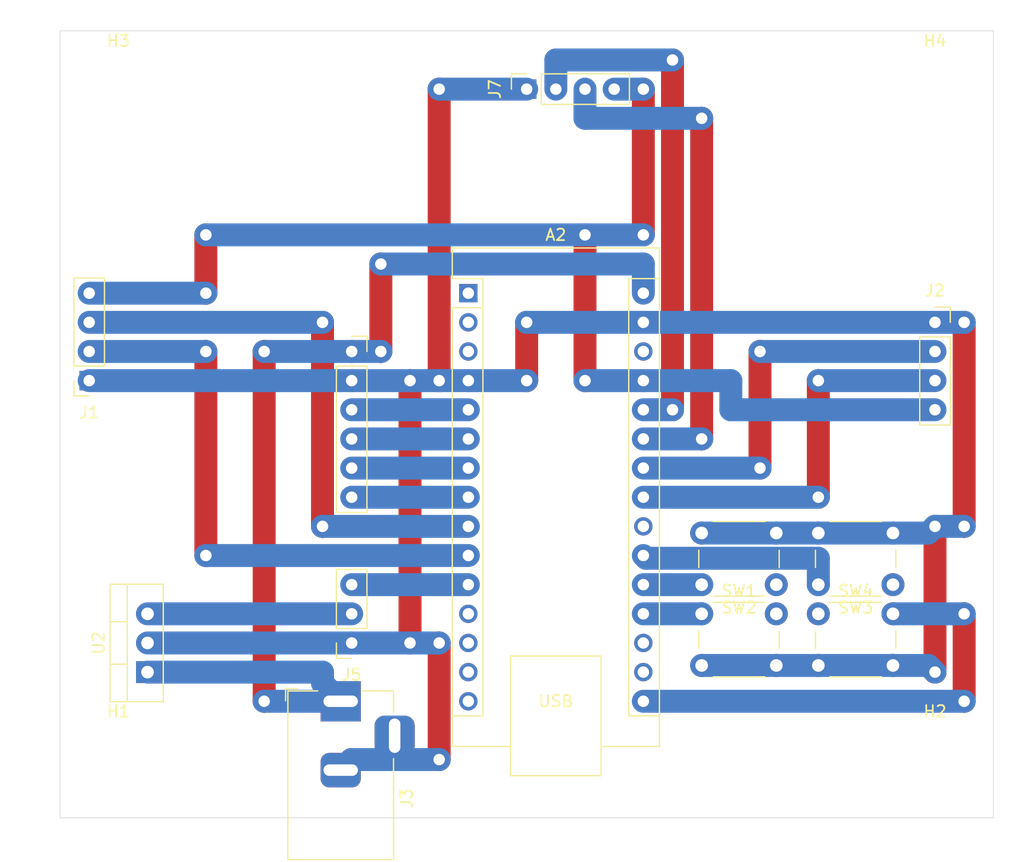
<source format=kicad_pcb>
(kicad_pcb (version 20240108) (generator "pcbnew") (generator_version "8.0")
  (layers (0 "F.Cu" signal) (31 "B.Cu" signal) (34 "B.Paste" user) (35 "F.Paste" user) (36 "B.SilkS" user "B.Silkscreen") (37 "F.SilkS" user "F.Silkscreen") (38 "B.Mask" user) (39 "F.Mask" user) (44 "Edge.Cuts" user))
  (net 0 "")
  (net 2 "+5V")
  (net 3 "GND")
  (net 4 "/ECHO_0")
  (net 5 "/STEER_PWM")
  (net 7 "/ECHO_2")
  (net 8 "/BREAK")
  (net 11 "/TRIG_2")
  (net 14 "/FG")
  (net 15 "/PWM")
  (net 17 "/DIR")
  (net 18 "/TRIG_0")
  (net 20 "+12V")
  (net 23 "Vdrive")
  (net 25 "/TRIG_1")
  (net 26 "/ECHO_1")
  (net 27 "/PB0")
  (net 28 "/PB1")
  (net 29 "/PB2")
  (net 30 "/PB3")
  (footprint "Connector_PinSocket_2.54mm:PinSocket_1x06_P2.54mm_Vertical" (layer "F.Cu") (at 106.68 55.88)
    (property "Reference" "J6" (hide yes))
    (property "Value" "1x3 2.54mm male")
    (pad "1" thru_hole rect (at 0 0) (size 1.7 1.7) (drill 1) (layers "*.Cu" "*.Mask" "In1.Cu" "In2.Cu" "In3.Cu" "In4.Cu" "In5.Cu" "In6.Cu" "In7.Cu" "In8.Cu" "In9.Cu" "In10.Cu" "In11.Cu" "In12.Cu" "In13.Cu" "In14.Cu" "In15.Cu" "In16.Cu" "In17.Cu" "In18.Cu" "In19.Cu" "In20.Cu" "In21.Cu" "In22.Cu" "In23.Cu" "In24.Cu" "In25.Cu" "In26.Cu" "In27.Cu" "In28.Cu" "In29.Cu" "In30.Cu") (net 20 "+12V"))
    (pad "2" thru_hole oval (at 0 2.54) (size 1.7 1.7) (drill 1) (layers "*.Cu" "*.Mask" "In1.Cu" "In2.Cu" "In3.Cu" "In4.Cu" "In5.Cu" "In6.Cu" "In7.Cu" "In8.Cu" "In9.Cu" "In10.Cu" "In11.Cu" "In12.Cu" "In13.Cu" "In14.Cu" "In15.Cu" "In16.Cu" "In17.Cu" "In18.Cu" "In19.Cu" "In20.Cu" "In21.Cu" "In22.Cu" "In23.Cu" "In24.Cu" "In25.Cu" "In26.Cu" "In27.Cu" "In28.Cu" "In29.Cu" "In30.Cu") (net 3 "GND"))
    (pad "3" thru_hole oval (at 0 5.08) (size 1.7 1.7) (drill 1) (layers "*.Cu" "*.Mask" "In1.Cu" "In2.Cu" "In3.Cu" "In4.Cu" "In5.Cu" "In6.Cu" "In7.Cu" "In8.Cu" "In9.Cu" "In10.Cu" "In11.Cu" "In12.Cu" "In13.Cu" "In14.Cu" "In15.Cu" "In16.Cu" "In17.Cu" "In18.Cu" "In19.Cu" "In20.Cu" "In21.Cu" "In22.Cu" "In23.Cu" "In24.Cu" "In25.Cu" "In26.Cu" "In27.Cu" "In28.Cu" "In29.Cu" "In30.Cu") (net 14 "/FG"))
    (pad "4" thru_hole oval (at 0 7.62) (size 1.7 1.7) (drill 1) (layers "*.Cu" "*.Mask" "In1.Cu" "In2.Cu" "In3.Cu" "In4.Cu" "In5.Cu" "In6.Cu" "In7.Cu" "In8.Cu" "In9.Cu" "In10.Cu" "In11.Cu" "In12.Cu" "In13.Cu" "In14.Cu" "In15.Cu" "In16.Cu" "In17.Cu" "In18.Cu" "In19.Cu" "In20.Cu" "In21.Cu" "In22.Cu" "In23.Cu" "In24.Cu" "In25.Cu" "In26.Cu" "In27.Cu" "In28.Cu" "In29.Cu" "In30.Cu") (net 15 "/PWM"))
    (pad "5" thru_hole oval (at 0 10.16) (size 1.7 1.7) (drill 1) (layers "*.Cu" "*.Mask" "In1.Cu" "In2.Cu" "In3.Cu" "In4.Cu" "In5.Cu" "In6.Cu" "In7.Cu" "In8.Cu" "In9.Cu" "In10.Cu" "In11.Cu" "In12.Cu" "In13.Cu" "In14.Cu" "In15.Cu" "In16.Cu" "In17.Cu" "In18.Cu" "In19.Cu" "In20.Cu" "In21.Cu" "In22.Cu" "In23.Cu" "In24.Cu" "In25.Cu" "In26.Cu" "In27.Cu" "In28.Cu" "In29.Cu" "In30.Cu") (net 17 "/DIR"))
    (pad "6" thru_hole oval (at 0 12.7) (size 1.7 1.7) (drill 1) (layers "*.Cu" "*.Mask" "In1.Cu" "In2.Cu" "In3.Cu" "In4.Cu" "In5.Cu" "In6.Cu" "In7.Cu" "In8.Cu" "In9.Cu" "In10.Cu" "In11.Cu" "In12.Cu" "In13.Cu" "In14.Cu" "In15.Cu" "In16.Cu" "In17.Cu" "In18.Cu" "In19.Cu" "In20.Cu" "In21.Cu" "In22.Cu" "In23.Cu" "In24.Cu" "In25.Cu" "In26.Cu" "In27.Cu" "In28.Cu" "In29.Cu" "In30.Cu") (net 8 "/BREAK"))
  )
  (footprint "Connector_PinSocket_2.54mm:PinSocket_1x04_P2.54mm_Vertical" (layer "F.Cu") (at 121.92 33.02 90)
    (property "Reference" "J7" (at 0 -2.77 90) (layer "F.SilkS"))
    (property "Value" "1x4 2.54mm female")
    (pad "1" thru_hole rect (at 0 0 90) (size 1.7 1.7) (drill 1) (layers "*.Cu" "*.Mask" "In1.Cu" "In2.Cu" "In3.Cu" "In4.Cu" "In5.Cu" "In6.Cu" "In7.Cu" "In8.Cu" "In9.Cu" "In10.Cu" "In11.Cu" "In12.Cu" "In13.Cu" "In14.Cu" "In15.Cu" "In16.Cu" "In17.Cu" "In18.Cu" "In19.Cu" "In20.Cu" "In21.Cu" "In22.Cu" "In23.Cu" "In24.Cu" "In25.Cu" "In26.Cu" "In27.Cu" "In28.Cu" "In29.Cu" "In30.Cu") (net 3 "GND"))
    (pad "2" thru_hole oval (at 0 2.54 90) (size 1.7 1.7) (drill 1) (layers "*.Cu" "*.Mask" "In1.Cu" "In2.Cu" "In3.Cu" "In4.Cu" "In5.Cu" "In6.Cu" "In7.Cu" "In8.Cu" "In9.Cu" "In10.Cu" "In11.Cu" "In12.Cu" "In13.Cu" "In14.Cu" "In15.Cu" "In16.Cu" "In17.Cu" "In18.Cu" "In19.Cu" "In20.Cu" "In21.Cu" "In22.Cu" "In23.Cu" "In24.Cu" "In25.Cu" "In26.Cu" "In27.Cu" "In28.Cu" "In29.Cu" "In30.Cu") (net 4 "/ECHO_0"))
    (pad "3" thru_hole oval (at 0 5.08 90) (size 1.7 1.7) (drill 1) (layers "*.Cu" "*.Mask" "In1.Cu" "In2.Cu" "In3.Cu" "In4.Cu" "In5.Cu" "In6.Cu" "In7.Cu" "In8.Cu" "In9.Cu" "In10.Cu" "In11.Cu" "In12.Cu" "In13.Cu" "In14.Cu" "In15.Cu" "In16.Cu" "In17.Cu" "In18.Cu" "In19.Cu" "In20.Cu" "In21.Cu" "In22.Cu" "In23.Cu" "In24.Cu" "In25.Cu" "In26.Cu" "In27.Cu" "In28.Cu" "In29.Cu" "In30.Cu") (net 18 "/TRIG_0"))
    (pad "4" thru_hole oval (at 0 7.62 90) (size 1.7 1.7) (drill 1) (layers "*.Cu" "*.Mask" "In1.Cu" "In2.Cu" "In3.Cu" "In4.Cu" "In5.Cu" "In6.Cu" "In7.Cu" "In8.Cu" "In9.Cu" "In10.Cu" "In11.Cu" "In12.Cu" "In13.Cu" "In14.Cu" "In15.Cu" "In16.Cu" "In17.Cu" "In18.Cu" "In19.Cu" "In20.Cu" "In21.Cu" "In22.Cu" "In23.Cu" "In24.Cu" "In25.Cu" "In26.Cu" "In27.Cu" "In28.Cu" "In29.Cu" "In30.Cu") (net 2 "+5V"))
  )
  (footprint "MountingHole:MountingHole_3.2mm_M3" (layer "F.Cu") (at 86.36 91.44)
    (property "Reference" "H1" (at 0 -4.2 0) (layer "F.SilkS"))
    (property "Value" "M3")
    (pad "" np_thru_hole circle (at 0 0) (size 3.2 3.2) (drill 3.2) (layers "*.Cu" "*.Mask" "In1.Cu" "In2.Cu" "In3.Cu" "In4.Cu" "In5.Cu" "In6.Cu" "In7.Cu" "In8.Cu" "In9.Cu" "In10.Cu" "In11.Cu" "In12.Cu" "In13.Cu" "In14.Cu" "In15.Cu" "In16.Cu" "In17.Cu" "In18.Cu" "In19.Cu" "In20.Cu" "In21.Cu" "In22.Cu" "In23.Cu" "In24.Cu" "In25.Cu" "In26.Cu" "In27.Cu" "In28.Cu" "In29.Cu" "In30.Cu"))
  )
  (footprint "Connector_BarrelJack:BarrelJack_Horizontal" (layer "F.Cu") (at 105.7225 86.36 90)
    (property "Reference" "J3" (at -8.45 5.75 90) (layer "F.SilkS"))
    (property "Value" "Barrel_Jack_Switch")
    (pad "1" thru_hole rect (at 0 0 90) (size 3.5 3.5) (drill oval 1 3) (layers "*.Cu" "*.Mask" "In1.Cu" "In2.Cu" "In3.Cu" "In4.Cu" "In5.Cu" "In6.Cu" "In7.Cu" "In8.Cu" "In9.Cu" "In10.Cu" "In11.Cu" "In12.Cu" "In13.Cu" "In14.Cu" "In15.Cu" "In16.Cu" "In17.Cu" "In18.Cu" "In19.Cu" "In20.Cu" "In21.Cu" "In22.Cu" "In23.Cu" "In24.Cu" "In25.Cu" "In26.Cu" "In27.Cu" "In28.Cu" "In29.Cu" "In30.Cu") (net 20 "+12V"))
    (pad "2" thru_hole roundrect (at -6 0 90) (size 3 3.5) (drill oval 1 3) (layers "*.Cu" "*.Mask" "In1.Cu" "In2.Cu" "In3.Cu" "In4.Cu" "In5.Cu" "In6.Cu" "In7.Cu" "In8.Cu" "In9.Cu" "In10.Cu" "In11.Cu" "In12.Cu" "In13.Cu" "In14.Cu" "In15.Cu" "In16.Cu" "In17.Cu" "In18.Cu" "In19.Cu" "In20.Cu" "In21.Cu" "In22.Cu" "In23.Cu" "In24.Cu" "In25.Cu" "In26.Cu" "In27.Cu" "In28.Cu" "In29.Cu" "In30.Cu") (net 3 "GND"))
    (pad "3" thru_hole roundrect (at -3 4.7 90) (size 3.5 3.5) (drill oval 3 1) (layers "*.Cu" "*.Mask" "In1.Cu" "In2.Cu" "In3.Cu" "In4.Cu" "In5.Cu" "In6.Cu" "In7.Cu" "In8.Cu" "In9.Cu" "In10.Cu" "In11.Cu" "In12.Cu" "In13.Cu" "In14.Cu" "In15.Cu" "In16.Cu" "In17.Cu" "In18.Cu" "In19.Cu" "In20.Cu" "In21.Cu" "In22.Cu" "In23.Cu" "In24.Cu" "In25.Cu" "In26.Cu" "In27.Cu" "In28.Cu" "In29.Cu" "In30.Cu") (net 3 "GND"))
  )
  (footprint "MountingHole:MountingHole_3.2mm_M3" (layer "F.Cu") (at 157.48 91.44)
    (property "Reference" "H2" (at 0 -4.2 0) (layer "F.SilkS"))
    (property "Value" "M3")
    (pad "" np_thru_hole circle (at 0 0) (size 3.2 3.2) (drill 3.2) (layers "*.Cu" "*.Mask" "In1.Cu" "In2.Cu" "In3.Cu" "In4.Cu" "In5.Cu" "In6.Cu" "In7.Cu" "In8.Cu" "In9.Cu" "In10.Cu" "In11.Cu" "In12.Cu" "In13.Cu" "In14.Cu" "In15.Cu" "In16.Cu" "In17.Cu" "In18.Cu" "In19.Cu" "In20.Cu" "In21.Cu" "In22.Cu" "In23.Cu" "In24.Cu" "In25.Cu" "In26.Cu" "In27.Cu" "In28.Cu" "In29.Cu" "In30.Cu"))
  )
  (footprint "Button_Switch_THT:SW_PUSH_6mm" (layer "F.Cu") (at 137.16 78.74)
    (property "Reference" "SW1" (at 3.25 -2 0) (layer "F.SilkS"))
    (property "Value" "SW_Push")
    (pad "1" thru_hole circle (at 0 0 90) (size 2 2) (drill 1.1) (layers "*.Cu" "*.Mask" "In1.Cu" "In2.Cu" "In3.Cu" "In4.Cu" "In5.Cu" "In6.Cu" "In7.Cu" "In8.Cu" "In9.Cu" "In10.Cu" "In11.Cu" "In12.Cu" "In13.Cu" "In14.Cu" "In15.Cu" "In16.Cu" "In17.Cu" "In18.Cu" "In19.Cu" "In20.Cu" "In21.Cu" "In22.Cu" "In23.Cu" "In24.Cu" "In25.Cu" "In26.Cu" "In27.Cu" "In28.Cu" "In29.Cu" "In30.Cu") (net 27 "/PB0"))
    (pad "1" thru_hole circle (at 6.5 0 90) (size 2 2) (drill 1.1) (layers "*.Cu" "*.Mask" "In1.Cu" "In2.Cu" "In3.Cu" "In4.Cu" "In5.Cu" "In6.Cu" "In7.Cu" "In8.Cu" "In9.Cu" "In10.Cu" "In11.Cu" "In12.Cu" "In13.Cu" "In14.Cu" "In15.Cu" "In16.Cu" "In17.Cu" "In18.Cu" "In19.Cu" "In20.Cu" "In21.Cu" "In22.Cu" "In23.Cu" "In24.Cu" "In25.Cu" "In26.Cu" "In27.Cu" "In28.Cu" "In29.Cu" "In30.Cu") (net 27 "/PB0"))
    (pad "2" thru_hole circle (at 0 4.5 90) (size 2 2) (drill 1.1) (layers "*.Cu" "*.Mask" "In1.Cu" "In2.Cu" "In3.Cu" "In4.Cu" "In5.Cu" "In6.Cu" "In7.Cu" "In8.Cu" "In9.Cu" "In10.Cu" "In11.Cu" "In12.Cu" "In13.Cu" "In14.Cu" "In15.Cu" "In16.Cu" "In17.Cu" "In18.Cu" "In19.Cu" "In20.Cu" "In21.Cu" "In22.Cu" "In23.Cu" "In24.Cu" "In25.Cu" "In26.Cu" "In27.Cu" "In28.Cu" "In29.Cu" "In30.Cu") (net 3 "GND"))
    (pad "2" thru_hole circle (at 6.5 4.5 90) (size 2 2) (drill 1.1) (layers "*.Cu" "*.Mask" "In1.Cu" "In2.Cu" "In3.Cu" "In4.Cu" "In5.Cu" "In6.Cu" "In7.Cu" "In8.Cu" "In9.Cu" "In10.Cu" "In11.Cu" "In12.Cu" "In13.Cu" "In14.Cu" "In15.Cu" "In16.Cu" "In17.Cu" "In18.Cu" "In19.Cu" "In20.Cu" "In21.Cu" "In22.Cu" "In23.Cu" "In24.Cu" "In25.Cu" "In26.Cu" "In27.Cu" "In28.Cu" "In29.Cu" "In30.Cu") (net 3 "GND"))
  )
  (footprint "Module:Arduino_Nano" (layer "F.Cu") (at 116.84 50.8)
    (property "Reference" "A2" (at 7.62 -5.08 0) (layer "F.SilkS"))
    (property "Value" "Arduino_Nano_Every")
    (fp_text user "USB" (at 7.62 35.56 0) (layer "F.SilkS"))
    (pad "1" thru_hole rect (at 0 0) (size 1.6 1.6) (drill 1) (layers "*.Cu" "*.Mask" "In1.Cu" "In2.Cu" "In3.Cu" "In4.Cu" "In5.Cu" "In6.Cu" "In7.Cu" "In8.Cu" "In9.Cu" "In10.Cu" "In11.Cu" "In12.Cu" "In13.Cu" "In14.Cu" "In15.Cu" "In16.Cu" "In17.Cu" "In18.Cu" "In19.Cu" "In20.Cu" "In21.Cu" "In22.Cu" "In23.Cu" "In24.Cu" "In25.Cu" "In26.Cu" "In27.Cu" "In28.Cu" "In29.Cu" "In30.Cu"))
    (pad "2" thru_hole oval (at 0 2.54) (size 1.6 1.6) (drill 1) (layers "*.Cu" "*.Mask" "In1.Cu" "In2.Cu" "In3.Cu" "In4.Cu" "In5.Cu" "In6.Cu" "In7.Cu" "In8.Cu" "In9.Cu" "In10.Cu" "In11.Cu" "In12.Cu" "In13.Cu" "In14.Cu" "In15.Cu" "In16.Cu" "In17.Cu" "In18.Cu" "In19.Cu" "In20.Cu" "In21.Cu" "In22.Cu" "In23.Cu" "In24.Cu" "In25.Cu" "In26.Cu" "In27.Cu" "In28.Cu" "In29.Cu" "In30.Cu"))
    (pad "3" thru_hole oval (at 0 5.08) (size 1.6 1.6) (drill 1) (layers "*.Cu" "*.Mask" "In1.Cu" "In2.Cu" "In3.Cu" "In4.Cu" "In5.Cu" "In6.Cu" "In7.Cu" "In8.Cu" "In9.Cu" "In10.Cu" "In11.Cu" "In12.Cu" "In13.Cu" "In14.Cu" "In15.Cu" "In16.Cu" "In17.Cu" "In18.Cu" "In19.Cu" "In20.Cu" "In21.Cu" "In22.Cu" "In23.Cu" "In24.Cu" "In25.Cu" "In26.Cu" "In27.Cu" "In28.Cu" "In29.Cu" "In30.Cu"))
    (pad "4" thru_hole oval (at 0 7.62) (size 1.6 1.6) (drill 1) (layers "*.Cu" "*.Mask" "In1.Cu" "In2.Cu" "In3.Cu" "In4.Cu" "In5.Cu" "In6.Cu" "In7.Cu" "In8.Cu" "In9.Cu" "In10.Cu" "In11.Cu" "In12.Cu" "In13.Cu" "In14.Cu" "In15.Cu" "In16.Cu" "In17.Cu" "In18.Cu" "In19.Cu" "In20.Cu" "In21.Cu" "In22.Cu" "In23.Cu" "In24.Cu" "In25.Cu" "In26.Cu" "In27.Cu" "In28.Cu" "In29.Cu" "In30.Cu") (net 3 "GND"))
    (pad "5" thru_hole oval (at 0 10.16) (size 1.6 1.6) (drill 1) (layers "*.Cu" "*.Mask" "In1.Cu" "In2.Cu" "In3.Cu" "In4.Cu" "In5.Cu" "In6.Cu" "In7.Cu" "In8.Cu" "In9.Cu" "In10.Cu" "In11.Cu" "In12.Cu" "In13.Cu" "In14.Cu" "In15.Cu" "In16.Cu" "In17.Cu" "In18.Cu" "In19.Cu" "In20.Cu" "In21.Cu" "In22.Cu" "In23.Cu" "In24.Cu" "In25.Cu" "In26.Cu" "In27.Cu" "In28.Cu" "In29.Cu" "In30.Cu") (net 14 "/FG"))
    (pad "6" thru_hole oval (at 0 12.7) (size 1.6 1.6) (drill 1) (layers "*.Cu" "*.Mask" "In1.Cu" "In2.Cu" "In3.Cu" "In4.Cu" "In5.Cu" "In6.Cu" "In7.Cu" "In8.Cu" "In9.Cu" "In10.Cu" "In11.Cu" "In12.Cu" "In13.Cu" "In14.Cu" "In15.Cu" "In16.Cu" "In17.Cu" "In18.Cu" "In19.Cu" "In20.Cu" "In21.Cu" "In22.Cu" "In23.Cu" "In24.Cu" "In25.Cu" "In26.Cu" "In27.Cu" "In28.Cu" "In29.Cu" "In30.Cu") (net 15 "/PWM"))
    (pad "7" thru_hole oval (at 0 15.24) (size 1.6 1.6) (drill 1) (layers "*.Cu" "*.Mask" "In1.Cu" "In2.Cu" "In3.Cu" "In4.Cu" "In5.Cu" "In6.Cu" "In7.Cu" "In8.Cu" "In9.Cu" "In10.Cu" "In11.Cu" "In12.Cu" "In13.Cu" "In14.Cu" "In15.Cu" "In16.Cu" "In17.Cu" "In18.Cu" "In19.Cu" "In20.Cu" "In21.Cu" "In22.Cu" "In23.Cu" "In24.Cu" "In25.Cu" "In26.Cu" "In27.Cu" "In28.Cu" "In29.Cu" "In30.Cu") (net 17 "/DIR"))
    (pad "8" thru_hole oval (at 0 17.78) (size 1.6 1.6) (drill 1) (layers "*.Cu" "*.Mask" "In1.Cu" "In2.Cu" "In3.Cu" "In4.Cu" "In5.Cu" "In6.Cu" "In7.Cu" "In8.Cu" "In9.Cu" "In10.Cu" "In11.Cu" "In12.Cu" "In13.Cu" "In14.Cu" "In15.Cu" "In16.Cu" "In17.Cu" "In18.Cu" "In19.Cu" "In20.Cu" "In21.Cu" "In22.Cu" "In23.Cu" "In24.Cu" "In25.Cu" "In26.Cu" "In27.Cu" "In28.Cu" "In29.Cu" "In30.Cu") (net 8 "/BREAK"))
    (pad "9" thru_hole oval (at 0 20.32) (size 1.6 1.6) (drill 1) (layers "*.Cu" "*.Mask" "In1.Cu" "In2.Cu" "In3.Cu" "In4.Cu" "In5.Cu" "In6.Cu" "In7.Cu" "In8.Cu" "In9.Cu" "In10.Cu" "In11.Cu" "In12.Cu" "In13.Cu" "In14.Cu" "In15.Cu" "In16.Cu" "In17.Cu" "In18.Cu" "In19.Cu" "In20.Cu" "In21.Cu" "In22.Cu" "In23.Cu" "In24.Cu" "In25.Cu" "In26.Cu" "In27.Cu" "In28.Cu" "In29.Cu" "In30.Cu") (net 11 "/TRIG_2"))
    (pad "10" thru_hole oval (at 0 22.86) (size 1.6 1.6) (drill 1) (layers "*.Cu" "*.Mask" "In1.Cu" "In2.Cu" "In3.Cu" "In4.Cu" "In5.Cu" "In6.Cu" "In7.Cu" "In8.Cu" "In9.Cu" "In10.Cu" "In11.Cu" "In12.Cu" "In13.Cu" "In14.Cu" "In15.Cu" "In16.Cu" "In17.Cu" "In18.Cu" "In19.Cu" "In20.Cu" "In21.Cu" "In22.Cu" "In23.Cu" "In24.Cu" "In25.Cu" "In26.Cu" "In27.Cu" "In28.Cu" "In29.Cu" "In30.Cu") (net 7 "/ECHO_2"))
    (pad "11" thru_hole oval (at 0 25.4) (size 1.6 1.6) (drill 1) (layers "*.Cu" "*.Mask" "In1.Cu" "In2.Cu" "In3.Cu" "In4.Cu" "In5.Cu" "In6.Cu" "In7.Cu" "In8.Cu" "In9.Cu" "In10.Cu" "In11.Cu" "In12.Cu" "In13.Cu" "In14.Cu" "In15.Cu" "In16.Cu" "In17.Cu" "In18.Cu" "In19.Cu" "In20.Cu" "In21.Cu" "In22.Cu" "In23.Cu" "In24.Cu" "In25.Cu" "In26.Cu" "In27.Cu" "In28.Cu" "In29.Cu" "In30.Cu") (net 5 "/STEER_PWM"))
    (pad "12" thru_hole oval (at 0 27.94) (size 1.6 1.6) (drill 1) (layers "*.Cu" "*.Mask" "In1.Cu" "In2.Cu" "In3.Cu" "In4.Cu" "In5.Cu" "In6.Cu" "In7.Cu" "In8.Cu" "In9.Cu" "In10.Cu" "In11.Cu" "In12.Cu" "In13.Cu" "In14.Cu" "In15.Cu" "In16.Cu" "In17.Cu" "In18.Cu" "In19.Cu" "In20.Cu" "In21.Cu" "In22.Cu" "In23.Cu" "In24.Cu" "In25.Cu" "In26.Cu" "In27.Cu" "In28.Cu" "In29.Cu" "In30.Cu"))
    (pad "13" thru_hole oval (at 0 30.48) (size 1.6 1.6) (drill 1) (layers "*.Cu" "*.Mask" "In1.Cu" "In2.Cu" "In3.Cu" "In4.Cu" "In5.Cu" "In6.Cu" "In7.Cu" "In8.Cu" "In9.Cu" "In10.Cu" "In11.Cu" "In12.Cu" "In13.Cu" "In14.Cu" "In15.Cu" "In16.Cu" "In17.Cu" "In18.Cu" "In19.Cu" "In20.Cu" "In21.Cu" "In22.Cu" "In23.Cu" "In24.Cu" "In25.Cu" "In26.Cu" "In27.Cu" "In28.Cu" "In29.Cu" "In30.Cu"))
    (pad "14" thru_hole oval (at 0 33.02) (size 1.6 1.6) (drill 1) (layers "*.Cu" "*.Mask" "In1.Cu" "In2.Cu" "In3.Cu" "In4.Cu" "In5.Cu" "In6.Cu" "In7.Cu" "In8.Cu" "In9.Cu" "In10.Cu" "In11.Cu" "In12.Cu" "In13.Cu" "In14.Cu" "In15.Cu" "In16.Cu" "In17.Cu" "In18.Cu" "In19.Cu" "In20.Cu" "In21.Cu" "In22.Cu" "In23.Cu" "In24.Cu" "In25.Cu" "In26.Cu" "In27.Cu" "In28.Cu" "In29.Cu" "In30.Cu"))
    (pad "15" thru_hole oval (at 0 35.56) (size 1.6 1.6) (drill 1) (layers "*.Cu" "*.Mask" "In1.Cu" "In2.Cu" "In3.Cu" "In4.Cu" "In5.Cu" "In6.Cu" "In7.Cu" "In8.Cu" "In9.Cu" "In10.Cu" "In11.Cu" "In12.Cu" "In13.Cu" "In14.Cu" "In15.Cu" "In16.Cu" "In17.Cu" "In18.Cu" "In19.Cu" "In20.Cu" "In21.Cu" "In22.Cu" "In23.Cu" "In24.Cu" "In25.Cu" "In26.Cu" "In27.Cu" "In28.Cu" "In29.Cu" "In30.Cu"))
    (pad "16" thru_hole oval (at 15.24 35.56) (size 1.6 1.6) (drill 1) (layers "*.Cu" "*.Mask" "In1.Cu" "In2.Cu" "In3.Cu" "In4.Cu" "In5.Cu" "In6.Cu" "In7.Cu" "In8.Cu" "In9.Cu" "In10.Cu" "In11.Cu" "In12.Cu" "In13.Cu" "In14.Cu" "In15.Cu" "In16.Cu" "In17.Cu" "In18.Cu" "In19.Cu" "In20.Cu" "In21.Cu" "In22.Cu" "In23.Cu" "In24.Cu" "In25.Cu" "In26.Cu" "In27.Cu" "In28.Cu" "In29.Cu" "In30.Cu") (net 30 "/PB3"))
    (pad "17" thru_hole oval (at 15.24 33.02) (size 1.6 1.6) (drill 1) (layers "*.Cu" "*.Mask" "In1.Cu" "In2.Cu" "In3.Cu" "In4.Cu" "In5.Cu" "In6.Cu" "In7.Cu" "In8.Cu" "In9.Cu" "In10.Cu" "In11.Cu" "In12.Cu" "In13.Cu" "In14.Cu" "In15.Cu" "In16.Cu" "In17.Cu" "In18.Cu" "In19.Cu" "In20.Cu" "In21.Cu" "In22.Cu" "In23.Cu" "In24.Cu" "In25.Cu" "In26.Cu" "In27.Cu" "In28.Cu" "In29.Cu" "In30.Cu"))
    (pad "18" thru_hole oval (at 15.24 30.48) (size 1.6 1.6) (drill 1) (layers "*.Cu" "*.Mask" "In1.Cu" "In2.Cu" "In3.Cu" "In4.Cu" "In5.Cu" "In6.Cu" "In7.Cu" "In8.Cu" "In9.Cu" "In10.Cu" "In11.Cu" "In12.Cu" "In13.Cu" "In14.Cu" "In15.Cu" "In16.Cu" "In17.Cu" "In18.Cu" "In19.Cu" "In20.Cu" "In21.Cu" "In22.Cu" "In23.Cu" "In24.Cu" "In25.Cu" "In26.Cu" "In27.Cu" "In28.Cu" "In29.Cu" "In30.Cu"))
    (pad "19" thru_hole oval (at 15.24 27.94) (size 1.6 1.6) (drill 1) (layers "*.Cu" "*.Mask" "In1.Cu" "In2.Cu" "In3.Cu" "In4.Cu" "In5.Cu" "In6.Cu" "In7.Cu" "In8.Cu" "In9.Cu" "In10.Cu" "In11.Cu" "In12.Cu" "In13.Cu" "In14.Cu" "In15.Cu" "In16.Cu" "In17.Cu" "In18.Cu" "In19.Cu" "In20.Cu" "In21.Cu" "In22.Cu" "In23.Cu" "In24.Cu" "In25.Cu" "In26.Cu" "In27.Cu" "In28.Cu" "In29.Cu" "In30.Cu") (net 27 "/PB0"))
    (pad "20" thru_hole oval (at 15.24 25.4) (size 1.6 1.6) (drill 1) (layers "*.Cu" "*.Mask" "In1.Cu" "In2.Cu" "In3.Cu" "In4.Cu" "In5.Cu" "In6.Cu" "In7.Cu" "In8.Cu" "In9.Cu" "In10.Cu" "In11.Cu" "In12.Cu" "In13.Cu" "In14.Cu" "In15.Cu" "In16.Cu" "In17.Cu" "In18.Cu" "In19.Cu" "In20.Cu" "In21.Cu" "In22.Cu" "In23.Cu" "In24.Cu" "In25.Cu" "In26.Cu" "In27.Cu" "In28.Cu" "In29.Cu" "In30.Cu") (net 28 "/PB1"))
    (pad "21" thru_hole oval (at 15.24 22.86) (size 1.6 1.6) (drill 1) (layers "*.Cu" "*.Mask" "In1.Cu" "In2.Cu" "In3.Cu" "In4.Cu" "In5.Cu" "In6.Cu" "In7.Cu" "In8.Cu" "In9.Cu" "In10.Cu" "In11.Cu" "In12.Cu" "In13.Cu" "In14.Cu" "In15.Cu" "In16.Cu" "In17.Cu" "In18.Cu" "In19.Cu" "In20.Cu" "In21.Cu" "In22.Cu" "In23.Cu" "In24.Cu" "In25.Cu" "In26.Cu" "In27.Cu" "In28.Cu" "In29.Cu" "In30.Cu") (net 29 "/PB2"))
    (pad "22" thru_hole oval (at 15.24 20.32) (size 1.6 1.6) (drill 1) (layers "*.Cu" "*.Mask" "In1.Cu" "In2.Cu" "In3.Cu" "In4.Cu" "In5.Cu" "In6.Cu" "In7.Cu" "In8.Cu" "In9.Cu" "In10.Cu" "In11.Cu" "In12.Cu" "In13.Cu" "In14.Cu" "In15.Cu" "In16.Cu" "In17.Cu" "In18.Cu" "In19.Cu" "In20.Cu" "In21.Cu" "In22.Cu" "In23.Cu" "In24.Cu" "In25.Cu" "In26.Cu" "In27.Cu" "In28.Cu" "In29.Cu" "In30.Cu"))
    (pad "23" thru_hole oval (at 15.24 17.78) (size 1.6 1.6) (drill 1) (layers "*.Cu" "*.Mask" "In1.Cu" "In2.Cu" "In3.Cu" "In4.Cu" "In5.Cu" "In6.Cu" "In7.Cu" "In8.Cu" "In9.Cu" "In10.Cu" "In11.Cu" "In12.Cu" "In13.Cu" "In14.Cu" "In15.Cu" "In16.Cu" "In17.Cu" "In18.Cu" "In19.Cu" "In20.Cu" "In21.Cu" "In22.Cu" "In23.Cu" "In24.Cu" "In25.Cu" "In26.Cu" "In27.Cu" "In28.Cu" "In29.Cu" "In30.Cu") (net 25 "/TRIG_1"))
    (pad "24" thru_hole oval (at 15.24 15.24) (size 1.6 1.6) (drill 1) (layers "*.Cu" "*.Mask" "In1.Cu" "In2.Cu" "In3.Cu" "In4.Cu" "In5.Cu" "In6.Cu" "In7.Cu" "In8.Cu" "In9.Cu" "In10.Cu" "In11.Cu" "In12.Cu" "In13.Cu" "In14.Cu" "In15.Cu" "In16.Cu" "In17.Cu" "In18.Cu" "In19.Cu" "In20.Cu" "In21.Cu" "In22.Cu" "In23.Cu" "In24.Cu" "In25.Cu" "In26.Cu" "In27.Cu" "In28.Cu" "In29.Cu" "In30.Cu") (net 26 "/ECHO_1"))
    (pad "25" thru_hole oval (at 15.24 12.7) (size 1.6 1.6) (drill 1) (layers "*.Cu" "*.Mask" "In1.Cu" "In2.Cu" "In3.Cu" "In4.Cu" "In5.Cu" "In6.Cu" "In7.Cu" "In8.Cu" "In9.Cu" "In10.Cu" "In11.Cu" "In12.Cu" "In13.Cu" "In14.Cu" "In15.Cu" "In16.Cu" "In17.Cu" "In18.Cu" "In19.Cu" "In20.Cu" "In21.Cu" "In22.Cu" "In23.Cu" "In24.Cu" "In25.Cu" "In26.Cu" "In27.Cu" "In28.Cu" "In29.Cu" "In30.Cu") (net 18 "/TRIG_0"))
    (pad "26" thru_hole oval (at 15.24 10.16) (size 1.6 1.6) (drill 1) (layers "*.Cu" "*.Mask" "In1.Cu" "In2.Cu" "In3.Cu" "In4.Cu" "In5.Cu" "In6.Cu" "In7.Cu" "In8.Cu" "In9.Cu" "In10.Cu" "In11.Cu" "In12.Cu" "In13.Cu" "In14.Cu" "In15.Cu" "In16.Cu" "In17.Cu" "In18.Cu" "In19.Cu" "In20.Cu" "In21.Cu" "In22.Cu" "In23.Cu" "In24.Cu" "In25.Cu" "In26.Cu" "In27.Cu" "In28.Cu" "In29.Cu" "In30.Cu") (net 4 "/ECHO_0"))
    (pad "27" thru_hole oval (at 15.24 7.62) (size 1.6 1.6) (drill 1) (layers "*.Cu" "*.Mask" "In1.Cu" "In2.Cu" "In3.Cu" "In4.Cu" "In5.Cu" "In6.Cu" "In7.Cu" "In8.Cu" "In9.Cu" "In10.Cu" "In11.Cu" "In12.Cu" "In13.Cu" "In14.Cu" "In15.Cu" "In16.Cu" "In17.Cu" "In18.Cu" "In19.Cu" "In20.Cu" "In21.Cu" "In22.Cu" "In23.Cu" "In24.Cu" "In25.Cu" "In26.Cu" "In27.Cu" "In28.Cu" "In29.Cu" "In30.Cu") (net 2 "+5V"))
    (pad "28" thru_hole oval (at 15.24 5.08) (size 1.6 1.6) (drill 1) (layers "*.Cu" "*.Mask" "In1.Cu" "In2.Cu" "In3.Cu" "In4.Cu" "In5.Cu" "In6.Cu" "In7.Cu" "In8.Cu" "In9.Cu" "In10.Cu" "In11.Cu" "In12.Cu" "In13.Cu" "In14.Cu" "In15.Cu" "In16.Cu" "In17.Cu" "In18.Cu" "In19.Cu" "In20.Cu" "In21.Cu" "In22.Cu" "In23.Cu" "In24.Cu" "In25.Cu" "In26.Cu" "In27.Cu" "In28.Cu" "In29.Cu" "In30.Cu"))
    (pad "29" thru_hole oval (at 15.24 2.54) (size 1.6 1.6) (drill 1) (layers "*.Cu" "*.Mask" "In1.Cu" "In2.Cu" "In3.Cu" "In4.Cu" "In5.Cu" "In6.Cu" "In7.Cu" "In8.Cu" "In9.Cu" "In10.Cu" "In11.Cu" "In12.Cu" "In13.Cu" "In14.Cu" "In15.Cu" "In16.Cu" "In17.Cu" "In18.Cu" "In19.Cu" "In20.Cu" "In21.Cu" "In22.Cu" "In23.Cu" "In24.Cu" "In25.Cu" "In26.Cu" "In27.Cu" "In28.Cu" "In29.Cu" "In30.Cu") (net 3 "GND"))
    (pad "30" thru_hole oval (at 15.24 0) (size 1.6 1.6) (drill 1) (layers "*.Cu" "*.Mask" "In1.Cu" "In2.Cu" "In3.Cu" "In4.Cu" "In5.Cu" "In6.Cu" "In7.Cu" "In8.Cu" "In9.Cu" "In10.Cu" "In11.Cu" "In12.Cu" "In13.Cu" "In14.Cu" "In15.Cu" "In16.Cu" "In17.Cu" "In18.Cu" "In19.Cu" "In20.Cu" "In21.Cu" "In22.Cu" "In23.Cu" "In24.Cu" "In25.Cu" "In26.Cu" "In27.Cu" "In28.Cu" "In29.Cu" "In30.Cu") (net 20 "+12V"))
  )
  (footprint "Button_Switch_THT:SW_PUSH_6mm" (layer "F.Cu") (at 143.66 76.2 180)
    (property "Reference" "SW2" (at 3.25 -2 0) (layer "F.SilkS"))
    (property "Value" "SW_Push")
    (pad "1" thru_hole circle (at 0 0 270) (size 2 2) (drill 1.1) (layers "*.Cu" "*.Mask" "In1.Cu" "In2.Cu" "In3.Cu" "In4.Cu" "In5.Cu" "In6.Cu" "In7.Cu" "In8.Cu" "In9.Cu" "In10.Cu" "In11.Cu" "In12.Cu" "In13.Cu" "In14.Cu" "In15.Cu" "In16.Cu" "In17.Cu" "In18.Cu" "In19.Cu" "In20.Cu" "In21.Cu" "In22.Cu" "In23.Cu" "In24.Cu" "In25.Cu" "In26.Cu" "In27.Cu" "In28.Cu" "In29.Cu" "In30.Cu") (net 28 "/PB1"))
    (pad "1" thru_hole circle (at 6.5 0 270) (size 2 2) (drill 1.1) (layers "*.Cu" "*.Mask" "In1.Cu" "In2.Cu" "In3.Cu" "In4.Cu" "In5.Cu" "In6.Cu" "In7.Cu" "In8.Cu" "In9.Cu" "In10.Cu" "In11.Cu" "In12.Cu" "In13.Cu" "In14.Cu" "In15.Cu" "In16.Cu" "In17.Cu" "In18.Cu" "In19.Cu" "In20.Cu" "In21.Cu" "In22.Cu" "In23.Cu" "In24.Cu" "In25.Cu" "In26.Cu" "In27.Cu" "In28.Cu" "In29.Cu" "In30.Cu") (net 28 "/PB1"))
    (pad "2" thru_hole circle (at 0 4.5 270) (size 2 2) (drill 1.1) (layers "*.Cu" "*.Mask" "In1.Cu" "In2.Cu" "In3.Cu" "In4.Cu" "In5.Cu" "In6.Cu" "In7.Cu" "In8.Cu" "In9.Cu" "In10.Cu" "In11.Cu" "In12.Cu" "In13.Cu" "In14.Cu" "In15.Cu" "In16.Cu" "In17.Cu" "In18.Cu" "In19.Cu" "In20.Cu" "In21.Cu" "In22.Cu" "In23.Cu" "In24.Cu" "In25.Cu" "In26.Cu" "In27.Cu" "In28.Cu" "In29.Cu" "In30.Cu") (net 3 "GND"))
    (pad "2" thru_hole circle (at 6.5 4.5 270) (size 2 2) (drill 1.1) (layers "*.Cu" "*.Mask" "In1.Cu" "In2.Cu" "In3.Cu" "In4.Cu" "In5.Cu" "In6.Cu" "In7.Cu" "In8.Cu" "In9.Cu" "In10.Cu" "In11.Cu" "In12.Cu" "In13.Cu" "In14.Cu" "In15.Cu" "In16.Cu" "In17.Cu" "In18.Cu" "In19.Cu" "In20.Cu" "In21.Cu" "In22.Cu" "In23.Cu" "In24.Cu" "In25.Cu" "In26.Cu" "In27.Cu" "In28.Cu" "In29.Cu" "In30.Cu") (net 3 "GND"))
  )
  (footprint "Connector_PinSocket_2.54mm:PinSocket_1x03_P2.54mm_Vertical" (layer "F.Cu") (at 106.68 81.28 180)
    (property "Reference" "J5" (at 0 -2.77 0) (layer "F.SilkS"))
    (property "Value" "1x3 2.54mm male")
    (pad "1" thru_hole rect (at 0 0 180) (size 1.7 1.7) (drill 1) (layers "*.Cu" "*.Mask" "In1.Cu" "In2.Cu" "In3.Cu" "In4.Cu" "In5.Cu" "In6.Cu" "In7.Cu" "In8.Cu" "In9.Cu" "In10.Cu" "In11.Cu" "In12.Cu" "In13.Cu" "In14.Cu" "In15.Cu" "In16.Cu" "In17.Cu" "In18.Cu" "In19.Cu" "In20.Cu" "In21.Cu" "In22.Cu" "In23.Cu" "In24.Cu" "In25.Cu" "In26.Cu" "In27.Cu" "In28.Cu" "In29.Cu" "In30.Cu") (net 3 "GND"))
    (pad "2" thru_hole oval (at 0 2.54 180) (size 1.7 1.7) (drill 1) (layers "*.Cu" "*.Mask" "In1.Cu" "In2.Cu" "In3.Cu" "In4.Cu" "In5.Cu" "In6.Cu" "In7.Cu" "In8.Cu" "In9.Cu" "In10.Cu" "In11.Cu" "In12.Cu" "In13.Cu" "In14.Cu" "In15.Cu" "In16.Cu" "In17.Cu" "In18.Cu" "In19.Cu" "In20.Cu" "In21.Cu" "In22.Cu" "In23.Cu" "In24.Cu" "In25.Cu" "In26.Cu" "In27.Cu" "In28.Cu" "In29.Cu" "In30.Cu") (net 23 "Vdrive"))
    (pad "3" thru_hole oval (at 0 5.08 180) (size 1.7 1.7) (drill 1) (layers "*.Cu" "*.Mask" "In1.Cu" "In2.Cu" "In3.Cu" "In4.Cu" "In5.Cu" "In6.Cu" "In7.Cu" "In8.Cu" "In9.Cu" "In10.Cu" "In11.Cu" "In12.Cu" "In13.Cu" "In14.Cu" "In15.Cu" "In16.Cu" "In17.Cu" "In18.Cu" "In19.Cu" "In20.Cu" "In21.Cu" "In22.Cu" "In23.Cu" "In24.Cu" "In25.Cu" "In26.Cu" "In27.Cu" "In28.Cu" "In29.Cu" "In30.Cu") (net 5 "/STEER_PWM"))
  )
  (footprint "Connector_PinSocket_2.54mm:PinSocket_1x04_P2.54mm_Vertical" (layer "F.Cu") (at 83.82 58.42 180)
    (property "Reference" "J1" (at 0 -2.77 0) (layer "F.SilkS"))
    (property "Value" "1x4 2.54mm female")
    (pad "1" thru_hole rect (at 0 0 180) (size 1.7 1.7) (drill 1) (layers "*.Cu" "*.Mask" "In1.Cu" "In2.Cu" "In3.Cu" "In4.Cu" "In5.Cu" "In6.Cu" "In7.Cu" "In8.Cu" "In9.Cu" "In10.Cu" "In11.Cu" "In12.Cu" "In13.Cu" "In14.Cu" "In15.Cu" "In16.Cu" "In17.Cu" "In18.Cu" "In19.Cu" "In20.Cu" "In21.Cu" "In22.Cu" "In23.Cu" "In24.Cu" "In25.Cu" "In26.Cu" "In27.Cu" "In28.Cu" "In29.Cu" "In30.Cu") (net 3 "GND"))
    (pad "2" thru_hole oval (at 0 2.54 180) (size 1.7 1.7) (drill 1) (layers "*.Cu" "*.Mask" "In1.Cu" "In2.Cu" "In3.Cu" "In4.Cu" "In5.Cu" "In6.Cu" "In7.Cu" "In8.Cu" "In9.Cu" "In10.Cu" "In11.Cu" "In12.Cu" "In13.Cu" "In14.Cu" "In15.Cu" "In16.Cu" "In17.Cu" "In18.Cu" "In19.Cu" "In20.Cu" "In21.Cu" "In22.Cu" "In23.Cu" "In24.Cu" "In25.Cu" "In26.Cu" "In27.Cu" "In28.Cu" "In29.Cu" "In30.Cu") (net 7 "/ECHO_2"))
    (pad "3" thru_hole oval (at 0 5.08 180) (size 1.7 1.7) (drill 1) (layers "*.Cu" "*.Mask" "In1.Cu" "In2.Cu" "In3.Cu" "In4.Cu" "In5.Cu" "In6.Cu" "In7.Cu" "In8.Cu" "In9.Cu" "In10.Cu" "In11.Cu" "In12.Cu" "In13.Cu" "In14.Cu" "In15.Cu" "In16.Cu" "In17.Cu" "In18.Cu" "In19.Cu" "In20.Cu" "In21.Cu" "In22.Cu" "In23.Cu" "In24.Cu" "In25.Cu" "In26.Cu" "In27.Cu" "In28.Cu" "In29.Cu" "In30.Cu") (net 11 "/TRIG_2"))
    (pad "4" thru_hole oval (at 0 7.62 180) (size 1.7 1.7) (drill 1) (layers "*.Cu" "*.Mask" "In1.Cu" "In2.Cu" "In3.Cu" "In4.Cu" "In5.Cu" "In6.Cu" "In7.Cu" "In8.Cu" "In9.Cu" "In10.Cu" "In11.Cu" "In12.Cu" "In13.Cu" "In14.Cu" "In15.Cu" "In16.Cu" "In17.Cu" "In18.Cu" "In19.Cu" "In20.Cu" "In21.Cu" "In22.Cu" "In23.Cu" "In24.Cu" "In25.Cu" "In26.Cu" "In27.Cu" "In28.Cu" "In29.Cu" "In30.Cu") (net 2 "+5V"))
  )
  (footprint "MountingHole:MountingHole_3.2mm_M3" (layer "F.Cu") (at 157.48 33.02)
    (property "Reference" "H4" (at 0 -4.2 0) (layer "F.SilkS"))
    (property "Value" "M3")
    (pad "" np_thru_hole circle (at 0 0) (size 3.2 3.2) (drill 3.2) (layers "*.Cu" "*.Mask" "In1.Cu" "In2.Cu" "In3.Cu" "In4.Cu" "In5.Cu" "In6.Cu" "In7.Cu" "In8.Cu" "In9.Cu" "In10.Cu" "In11.Cu" "In12.Cu" "In13.Cu" "In14.Cu" "In15.Cu" "In16.Cu" "In17.Cu" "In18.Cu" "In19.Cu" "In20.Cu" "In21.Cu" "In22.Cu" "In23.Cu" "In24.Cu" "In25.Cu" "In26.Cu" "In27.Cu" "In28.Cu" "In29.Cu" "In30.Cu"))
  )
  (footprint "MountingHole:MountingHole_3.2mm_M3" (layer "F.Cu") (at 86.36 33.02)
    (property "Reference" "H3" (at 0 -4.2 0) (layer "F.SilkS"))
    (property "Value" "M3")
    (pad "" np_thru_hole circle (at 0 0) (size 3.2 3.2) (drill 3.2) (layers "*.Cu" "*.Mask" "In1.Cu" "In2.Cu" "In3.Cu" "In4.Cu" "In5.Cu" "In6.Cu" "In7.Cu" "In8.Cu" "In9.Cu" "In10.Cu" "In11.Cu" "In12.Cu" "In13.Cu" "In14.Cu" "In15.Cu" "In16.Cu" "In17.Cu" "In18.Cu" "In19.Cu" "In20.Cu" "In21.Cu" "In22.Cu" "In23.Cu" "In24.Cu" "In25.Cu" "In26.Cu" "In27.Cu" "In28.Cu" "In29.Cu" "In30.Cu"))
  )
  (footprint "Button_Switch_THT:SW_PUSH_6mm" (layer "F.Cu") (at 147.32 78.74)
    (property "Reference" "SW4" (at 3.25 -2 0) (layer "F.SilkS"))
    (property "Value" "SW_Push")
    (pad "1" thru_hole circle (at 0 0 90) (size 2 2) (drill 1.1) (layers "*.Cu" "*.Mask" "In1.Cu" "In2.Cu" "In3.Cu" "In4.Cu" "In5.Cu" "In6.Cu" "In7.Cu" "In8.Cu" "In9.Cu" "In10.Cu" "In11.Cu" "In12.Cu" "In13.Cu" "In14.Cu" "In15.Cu" "In16.Cu" "In17.Cu" "In18.Cu" "In19.Cu" "In20.Cu" "In21.Cu" "In22.Cu" "In23.Cu" "In24.Cu" "In25.Cu" "In26.Cu" "In27.Cu" "In28.Cu" "In29.Cu" "In30.Cu") (net 30 "/PB3"))
    (pad "1" thru_hole circle (at 6.5 0 90) (size 2 2) (drill 1.1) (layers "*.Cu" "*.Mask" "In1.Cu" "In2.Cu" "In3.Cu" "In4.Cu" "In5.Cu" "In6.Cu" "In7.Cu" "In8.Cu" "In9.Cu" "In10.Cu" "In11.Cu" "In12.Cu" "In13.Cu" "In14.Cu" "In15.Cu" "In16.Cu" "In17.Cu" "In18.Cu" "In19.Cu" "In20.Cu" "In21.Cu" "In22.Cu" "In23.Cu" "In24.Cu" "In25.Cu" "In26.Cu" "In27.Cu" "In28.Cu" "In29.Cu" "In30.Cu") (net 30 "/PB3"))
    (pad "2" thru_hole circle (at 0 4.5 90) (size 2 2) (drill 1.1) (layers "*.Cu" "*.Mask" "In1.Cu" "In2.Cu" "In3.Cu" "In4.Cu" "In5.Cu" "In6.Cu" "In7.Cu" "In8.Cu" "In9.Cu" "In10.Cu" "In11.Cu" "In12.Cu" "In13.Cu" "In14.Cu" "In15.Cu" "In16.Cu" "In17.Cu" "In18.Cu" "In19.Cu" "In20.Cu" "In21.Cu" "In22.Cu" "In23.Cu" "In24.Cu" "In25.Cu" "In26.Cu" "In27.Cu" "In28.Cu" "In29.Cu" "In30.Cu") (net 3 "GND"))
    (pad "2" thru_hole circle (at 6.5 4.5 90) (size 2 2) (drill 1.1) (layers "*.Cu" "*.Mask" "In1.Cu" "In2.Cu" "In3.Cu" "In4.Cu" "In5.Cu" "In6.Cu" "In7.Cu" "In8.Cu" "In9.Cu" "In10.Cu" "In11.Cu" "In12.Cu" "In13.Cu" "In14.Cu" "In15.Cu" "In16.Cu" "In17.Cu" "In18.Cu" "In19.Cu" "In20.Cu" "In21.Cu" "In22.Cu" "In23.Cu" "In24.Cu" "In25.Cu" "In26.Cu" "In27.Cu" "In28.Cu" "In29.Cu" "In30.Cu") (net 3 "GND"))
  )
  (footprint "Connector_PinSocket_2.54mm:PinSocket_1x04_P2.54mm_Vertical" (layer "F.Cu") (at 157.48 53.34)
    (property "Reference" "J2" (at 0 -2.77 0) (layer "F.SilkS"))
    (property "Value" "1x4 2.54mm female")
    (pad "1" thru_hole rect (at 0 0) (size 1.7 1.7) (drill 1) (layers "*.Cu" "*.Mask" "In1.Cu" "In2.Cu" "In3.Cu" "In4.Cu" "In5.Cu" "In6.Cu" "In7.Cu" "In8.Cu" "In9.Cu" "In10.Cu" "In11.Cu" "In12.Cu" "In13.Cu" "In14.Cu" "In15.Cu" "In16.Cu" "In17.Cu" "In18.Cu" "In19.Cu" "In20.Cu" "In21.Cu" "In22.Cu" "In23.Cu" "In24.Cu" "In25.Cu" "In26.Cu" "In27.Cu" "In28.Cu" "In29.Cu" "In30.Cu") (net 3 "GND"))
    (pad "2" thru_hole oval (at 0 2.54) (size 1.7 1.7) (drill 1) (layers "*.Cu" "*.Mask" "In1.Cu" "In2.Cu" "In3.Cu" "In4.Cu" "In5.Cu" "In6.Cu" "In7.Cu" "In8.Cu" "In9.Cu" "In10.Cu" "In11.Cu" "In12.Cu" "In13.Cu" "In14.Cu" "In15.Cu" "In16.Cu" "In17.Cu" "In18.Cu" "In19.Cu" "In20.Cu" "In21.Cu" "In22.Cu" "In23.Cu" "In24.Cu" "In25.Cu" "In26.Cu" "In27.Cu" "In28.Cu" "In29.Cu" "In30.Cu") (net 26 "/ECHO_1"))
    (pad "3" thru_hole oval (at 0 5.08) (size 1.7 1.7) (drill 1) (layers "*.Cu" "*.Mask" "In1.Cu" "In2.Cu" "In3.Cu" "In4.Cu" "In5.Cu" "In6.Cu" "In7.Cu" "In8.Cu" "In9.Cu" "In10.Cu" "In11.Cu" "In12.Cu" "In13.Cu" "In14.Cu" "In15.Cu" "In16.Cu" "In17.Cu" "In18.Cu" "In19.Cu" "In20.Cu" "In21.Cu" "In22.Cu" "In23.Cu" "In24.Cu" "In25.Cu" "In26.Cu" "In27.Cu" "In28.Cu" "In29.Cu" "In30.Cu") (net 25 "/TRIG_1"))
    (pad "4" thru_hole oval (at 0 7.62) (size 1.7 1.7) (drill 1) (layers "*.Cu" "*.Mask" "In1.Cu" "In2.Cu" "In3.Cu" "In4.Cu" "In5.Cu" "In6.Cu" "In7.Cu" "In8.Cu" "In9.Cu" "In10.Cu" "In11.Cu" "In12.Cu" "In13.Cu" "In14.Cu" "In15.Cu" "In16.Cu" "In17.Cu" "In18.Cu" "In19.Cu" "In20.Cu" "In21.Cu" "In22.Cu" "In23.Cu" "In24.Cu" "In25.Cu" "In26.Cu" "In27.Cu" "In28.Cu" "In29.Cu" "In30.Cu") (net 2 "+5V"))
  )
  (footprint "Button_Switch_THT:SW_PUSH_6mm" (layer "F.Cu") (at 153.82 76.2 180)
    (property "Reference" "SW3" (at 3.25 -2 0) (layer "F.SilkS"))
    (property "Value" "SW_Push")
    (pad "1" thru_hole circle (at 0 0 270) (size 2 2) (drill 1.1) (layers "*.Cu" "*.Mask" "In1.Cu" "In2.Cu" "In3.Cu" "In4.Cu" "In5.Cu" "In6.Cu" "In7.Cu" "In8.Cu" "In9.Cu" "In10.Cu" "In11.Cu" "In12.Cu" "In13.Cu" "In14.Cu" "In15.Cu" "In16.Cu" "In17.Cu" "In18.Cu" "In19.Cu" "In20.Cu" "In21.Cu" "In22.Cu" "In23.Cu" "In24.Cu" "In25.Cu" "In26.Cu" "In27.Cu" "In28.Cu" "In29.Cu" "In30.Cu") (net 29 "/PB2"))
    (pad "1" thru_hole circle (at 6.5 0 270) (size 2 2) (drill 1.1) (layers "*.Cu" "*.Mask" "In1.Cu" "In2.Cu" "In3.Cu" "In4.Cu" "In5.Cu" "In6.Cu" "In7.Cu" "In8.Cu" "In9.Cu" "In10.Cu" "In11.Cu" "In12.Cu" "In13.Cu" "In14.Cu" "In15.Cu" "In16.Cu" "In17.Cu" "In18.Cu" "In19.Cu" "In20.Cu" "In21.Cu" "In22.Cu" "In23.Cu" "In24.Cu" "In25.Cu" "In26.Cu" "In27.Cu" "In28.Cu" "In29.Cu" "In30.Cu") (net 29 "/PB2"))
    (pad "2" thru_hole circle (at 0 4.5 270) (size 2 2) (drill 1.1) (layers "*.Cu" "*.Mask" "In1.Cu" "In2.Cu" "In3.Cu" "In4.Cu" "In5.Cu" "In6.Cu" "In7.Cu" "In8.Cu" "In9.Cu" "In10.Cu" "In11.Cu" "In12.Cu" "In13.Cu" "In14.Cu" "In15.Cu" "In16.Cu" "In17.Cu" "In18.Cu" "In19.Cu" "In20.Cu" "In21.Cu" "In22.Cu" "In23.Cu" "In24.Cu" "In25.Cu" "In26.Cu" "In27.Cu" "In28.Cu" "In29.Cu" "In30.Cu") (net 3 "GND"))
    (pad "2" thru_hole circle (at 6.5 4.5 270) (size 2 2) (drill 1.1) (layers "*.Cu" "*.Mask" "In1.Cu" "In2.Cu" "In3.Cu" "In4.Cu" "In5.Cu" "In6.Cu" "In7.Cu" "In8.Cu" "In9.Cu" "In10.Cu" "In11.Cu" "In12.Cu" "In13.Cu" "In14.Cu" "In15.Cu" "In16.Cu" "In17.Cu" "In18.Cu" "In19.Cu" "In20.Cu" "In21.Cu" "In22.Cu" "In23.Cu" "In24.Cu" "In25.Cu" "In26.Cu" "In27.Cu" "In28.Cu" "In29.Cu" "In30.Cu") (net 3 "GND"))
  )
  (footprint "Package_TO_SOT_THT:TO-220-3_Vertical" (layer "F.Cu") (at 88.9 83.82 90)
    (property "Reference" "U2" (at 2.54 -4.27 90) (layer "F.SilkS"))
    (property "Value" "LM7805_TO220")
    (pad "1" thru_hole rect (at 0 0 90) (size 1.905 2) (drill 1.1) (layers "*.Cu" "*.Mask" "In1.Cu" "In2.Cu" "In3.Cu" "In4.Cu" "In5.Cu" "In6.Cu" "In7.Cu" "In8.Cu" "In9.Cu" "In10.Cu" "In11.Cu" "In12.Cu" "In13.Cu" "In14.Cu" "In15.Cu" "In16.Cu" "In17.Cu" "In18.Cu" "In19.Cu" "In20.Cu" "In21.Cu" "In22.Cu" "In23.Cu" "In24.Cu" "In25.Cu" "In26.Cu" "In27.Cu" "In28.Cu" "In29.Cu" "In30.Cu") (net 20 "+12V"))
    (pad "2" thru_hole oval (at 2.54 0 90) (size 1.905 2) (drill 1.1) (layers "*.Cu" "*.Mask" "In1.Cu" "In2.Cu" "In3.Cu" "In4.Cu" "In5.Cu" "In6.Cu" "In7.Cu" "In8.Cu" "In9.Cu" "In10.Cu" "In11.Cu" "In12.Cu" "In13.Cu" "In14.Cu" "In15.Cu" "In16.Cu" "In17.Cu" "In18.Cu" "In19.Cu" "In20.Cu" "In21.Cu" "In22.Cu" "In23.Cu" "In24.Cu" "In25.Cu" "In26.Cu" "In27.Cu" "In28.Cu" "In29.Cu" "In30.Cu") (net 3 "GND"))
    (pad "3" thru_hole oval (at 5.08 0 90) (size 1.905 2) (drill 1.1) (layers "*.Cu" "*.Mask" "In1.Cu" "In2.Cu" "In3.Cu" "In4.Cu" "In5.Cu" "In6.Cu" "In7.Cu" "In8.Cu" "In9.Cu" "In10.Cu" "In11.Cu" "In12.Cu" "In13.Cu" "In14.Cu" "In15.Cu" "In16.Cu" "In17.Cu" "In18.Cu" "In19.Cu" "In20.Cu" "In21.Cu" "In22.Cu" "In23.Cu" "In24.Cu" "In25.Cu" "In26.Cu" "In27.Cu" "In28.Cu" "In29.Cu" "In30.Cu") (net 23 "Vdrive"))
  )
  (gr_rect (start 81.28 27.94) (end 162.56 96.52) (stroke (width 0.05)) (fill none) (layer "Edge.Cuts"))
  (segment (start 132.08 33.02) (end 132.08 45.72) (width 2) (layer "F.Cu") (net 2))
  (segment (start 127 58.42) (end 127 45.72) (width 2) (layer "F.Cu") (net 2))
  (segment (start 93.98 45.72) (end 93.98 50.8) (width 2) (layer "F.Cu") (net 2))
  (via (at 93.98 50.8) (size 2) (drill 1) (layers "F.Cu" "B.Cu") (net 2))
  (via (at 127 58.42) (size 2) (drill 1) (layers "F.Cu" "B.Cu") (net 2))
  (via (at 127 45.72) (size 2) (drill 1) (layers "F.Cu" "B.Cu") (net 2))
  (via (at 132.08 45.72) (size 2) (drill 1) (layers "F.Cu" "B.Cu") (net 2))
  (via (at 93.98 45.72) (size 2) (drill 1) (layers "F.Cu" "B.Cu") (net 2))
  (via (at 132.08 33.02) (size 2) (drill 1) (layers "F.Cu" "B.Cu") (net 2))
  (segment (start 132.08 58.42) (end 127 58.42) (width 2) (layer "B.Cu") (net 2))
  (segment (start 132.08 45.72) (end 127 45.72) (width 2) (layer "B.Cu") (net 2))
  (segment (start 127 45.72) (end 93.98 45.72) (width 2) (layer "B.Cu") (net 2))
  (segment (start 93.98 50.8) (end 83.82 50.8) (width 2) (layer "B.Cu") (net 2))
  (segment (start 139.7 60.96) (end 157.48 60.96) (width 2) (layer "B.Cu") (net 2))
  (segment (start 129.54 33.02) (end 132.08 33.02) (width 2) (layer "B.Cu") (net 2))
  (segment (start 132.08 58.42) (end 139.7 58.42) (width 2) (layer "B.Cu") (net 2))
  (segment (start 139.7 58.42) (end 139.7 60.96) (width 2) (layer "B.Cu") (net 2))
  (segment (start 114.3 81.28) (end 114.3 91.44) (width 2) (layer "F.Cu") (net 3))
  (segment (start 114.3 33.02) (end 114.3 58.42) (width 2) (layer "F.Cu") (net 3))
  (segment (start 121.92 58.42) (end 121.92 53.34) (width 2) (layer "F.Cu") (net 3))
  (segment (start 160.02 71.12) (end 160.02 53.34) (width 2) (layer "F.Cu") (net 3))
  (segment (start 111.76 58.42) (end 111.76 81.28) (width 2) (layer "F.Cu") (net 3))
  (segment (start 157.48 83.82) (end 157.48 71.12) (width 2) (layer "F.Cu") (net 3))
  (via (at 114.3 33.02) (size 2) (drill 1) (layers "F.Cu" "B.Cu") (net 3))
  (via (at 121.92 53.34) (size 2) (drill 1) (layers "F.Cu" "B.Cu") (net 3))
  (via (at 111.76 58.42) (size 2) (drill 1) (layers "F.Cu" "B.Cu") (net 3))
  (via (at 114.3 81.28) (size 2) (drill 1) (layers "F.Cu" "B.Cu") (net 3))
  (via (at 160.02 53.34) (size 2) (drill 1) (layers "F.Cu" "B.Cu") (net 3))
  (via (at 121.92 58.42) (size 2) (drill 1) (layers "F.Cu" "B.Cu") (net 3))
  (via (at 114.3 58.42) (size 2) (drill 1) (layers "F.Cu" "B.Cu") (net 3))
  (via (at 157.48 71.12) (size 2) (drill 1) (layers "F.Cu" "B.Cu") (net 3))
  (via (at 157.48 83.82) (size 2) (drill 1) (layers "F.Cu" "B.Cu") (net 3))
  (via (at 160.02 71.12) (size 2) (drill 1) (layers "F.Cu" "B.Cu") (net 3))
  (via (at 114.3 91.44) (size 2) (drill 1) (layers "F.Cu" "B.Cu") (net 3))
  (via (at 111.76 81.28) (size 2) (drill 1) (layers "F.Cu" "B.Cu") (net 3))
  (segment (start 106.68 81.28) (end 88.9 81.28) (width 2) (layer "B.Cu") (net 3))
  (segment (start 156.9 83.24) (end 157.48 83.82) (width 2) (layer "B.Cu") (net 3))
  (segment (start 160.02 53.34) (end 157.48 53.34) (width 2) (layer "B.Cu") (net 3))
  (segment (start 114.3 91.44) (end 106.6425 91.44) (width 2) (layer "B.Cu") (net 3))
  (segment (start 132.08 53.34) (end 157.48 53.34) (width 2) (layer "B.Cu") (net 3))
  (segment (start 121.92 53.34) (end 132.08 53.34) (width 2) (layer "B.Cu") (net 3))
  (segment (start 114.3 58.42) (end 116.84 58.42) (width 2) (layer "B.Cu") (net 3))
  (segment (start 153.82 83.24) (end 156.9 83.24) (width 2) (layer "B.Cu") (net 3))
  (segment (start 137.16 71.7) (end 156.9 71.7) (width 2) (layer "B.Cu") (net 3))
  (segment (start 106.68 81.28) (end 114.3 81.28) (width 2) (layer "B.Cu") (net 3))
  (segment (start 116.84 58.42) (end 121.92 58.42) (width 2) (layer "B.Cu") (net 3))
  (segment (start 156.9 71.7) (end 157.48 71.12) (width 2) (layer "B.Cu") (net 3))
  (segment (start 137.16 83.24) (end 153.82 83.24) (width 2) (layer "B.Cu") (net 3))
  (segment (start 83.82 58.42) (end 106.68 58.42) (width 2) (layer "B.Cu") (net 3))
  (segment (start 106.6425 91.44) (end 105.7225 92.36) (width 2) (layer "B.Cu") (net 3))
  (segment (start 157.48 71.12) (end 160.02 71.12) (width 2) (layer "B.Cu") (net 3))
  (segment (start 106.68 58.42) (end 114.3 58.42) (width 2) (layer "B.Cu") (net 3))
  (segment (start 121.92 33.02) (end 114.3 33.02) (width 2) (layer "B.Cu") (net 3))
  (segment (start 134.62 60.96) (end 134.62 30.48) (width 2) (layer "F.Cu") (net 4))
  (via (at 134.62 60.96) (size 2) (drill 1) (layers "F.Cu" "B.Cu") (net 4))
  (via (at 134.62 30.48) (size 2) (drill 1) (layers "F.Cu" "B.Cu") (net 4))
  (segment (start 124.46 33.02) (end 124.46 30.48) (width 2) (layer "B.Cu") (net 4))
  (segment (start 132.08 60.96) (end 134.62 60.96) (width 2) (layer "B.Cu") (net 4))
  (segment (start 124.46 30.48) (end 134.62 30.48) (width 2) (layer "B.Cu") (net 4))
  (segment (start 116.84 76.2) (end 106.68 76.2) (width 2) (layer "B.Cu") (net 5))
  (segment (start 93.98 55.88) (end 93.98 73.66) (width 2) (layer "F.Cu") (net 7))
  (via (at 93.98 73.66) (size 2) (drill 1) (layers "F.Cu" "B.Cu") (net 7))
  (via (at 93.98 55.88) (size 2) (drill 1) (layers "F.Cu" "B.Cu") (net 7))
  (segment (start 93.98 73.66) (end 116.84 73.66) (width 2) (layer "B.Cu") (net 7))
  (segment (start 83.82 55.88) (end 93.98 55.88) (width 2) (layer "B.Cu") (net 7))
  (segment (start 106.68 68.58) (end 116.84 68.58) (width 2) (layer "B.Cu") (net 8))
  (segment (start 104.14 71.12) (end 104.14 53.34) (width 2) (layer "F.Cu") (net 11))
  (via (at 104.14 71.12) (size 2) (drill 1) (layers "F.Cu" "B.Cu") (net 11))
  (via (at 104.14 53.34) (size 2) (drill 1) (layers "F.Cu" "B.Cu") (net 11))
  (segment (start 83.82 53.34) (end 104.14 53.34) (width 2) (layer "B.Cu") (net 11))
  (segment (start 116.84 71.12) (end 104.14 71.12) (width 2) (layer "B.Cu") (net 11))
  (segment (start 106.68 60.96) (end 116.84 60.96) (width 2) (layer "B.Cu") (net 14))
  (segment (start 106.68 63.5) (end 116.84 63.5) (width 2) (layer "B.Cu") (net 15))
  (segment (start 106.68 66.04) (end 116.84 66.04) (width 2) (layer "B.Cu") (net 17))
  (segment (start 137.16 35.56) (end 137.16 63.5) (width 2) (layer "F.Cu") (net 18))
  (via (at 137.16 35.56) (size 2) (drill 1) (layers "F.Cu" "B.Cu") (net 18))
  (via (at 137.16 63.5) (size 2) (drill 1) (layers "F.Cu" "B.Cu") (net 18))
  (segment (start 137.16 63.5) (end 132.08 63.5) (width 2) (layer "B.Cu") (net 18))
  (segment (start 127 35.56) (end 137.16 35.56) (width 2) (layer "B.Cu") (net 18))
  (segment (start 127 35.56) (end 127 33.02) (width 2) (layer "B.Cu") (net 18))
  (segment (start 109.22 55.88) (end 109.22 48.26) (width 2) (layer "F.Cu") (net 20))
  (segment (start 99.06 55.88) (end 99.06 86.36) (width 2) (layer "F.Cu") (net 20))
  (via (at 99.06 86.36) (size 2) (drill 1) (layers "F.Cu" "B.Cu") (net 20))
  (via (at 109.22 48.26) (size 2) (drill 1) (layers "F.Cu" "B.Cu") (net 20))
  (via (at 109.22 55.88) (size 2) (drill 1) (layers "F.Cu" "B.Cu") (net 20))
  (via (at 99.06 55.88) (size 2) (drill 1) (layers "F.Cu" "B.Cu") (net 20))
  (segment (start 104.14 83.82) (end 104.14 84.7775) (width 2) (layer "B.Cu") (net 20))
  (segment (start 109.22 48.26) (end 132.08 48.26) (width 2) (layer "B.Cu") (net 20))
  (segment (start 88.9 83.82) (end 104.14 83.82) (width 2) (layer "B.Cu") (net 20))
  (segment (start 104.14 84.7775) (end 105.7225 86.36) (width 2) (layer "B.Cu") (net 20))
  (segment (start 106.68 55.88) (end 109.22 55.88) (width 2) (layer "B.Cu") (net 20))
  (segment (start 99.06 86.36) (end 105.7225 86.36) (width 2) (layer "B.Cu") (net 20))
  (segment (start 132.08 48.26) (end 132.08 50.8) (width 2) (layer "B.Cu") (net 20))
  (segment (start 106.68 55.88) (end 99.06 55.88) (width 2) (layer "B.Cu") (net 20))
  (segment (start 106.68 78.74) (end 88.9 78.74) (width 2) (layer "B.Cu") (net 23))
  (segment (start 147.32 58.42) (end 147.32 68.58) (width 2) (layer "F.Cu") (net 25))
  (via (at 147.32 68.58) (size 2) (drill 1) (layers "F.Cu" "B.Cu") (net 25))
  (via (at 147.32 58.42) (size 2) (drill 1) (layers "F.Cu" "B.Cu") (net 25))
  (segment (start 147.32 68.58) (end 132.08 68.58) (width 2) (layer "B.Cu") (net 25))
  (segment (start 147.32 58.42) (end 157.48 58.42) (width 2) (layer "B.Cu") (net 25))
  (segment (start 142.24 66.04) (end 142.24 55.88) (width 2) (layer "F.Cu") (net 26))
  (via (at 142.24 66.04) (size 2) (drill 1) (layers "F.Cu" "B.Cu") (net 26))
  (via (at 142.24 55.88) (size 2) (drill 1) (layers "F.Cu" "B.Cu") (net 26))
  (segment (start 142.24 55.88) (end 157.48 55.88) (width 2) (layer "B.Cu") (net 26))
  (segment (start 132.08 66.04) (end 142.24 66.04) (width 2) (layer "B.Cu") (net 26))
  (segment (start 137.16 78.74) (end 132.08 78.74) (width 2) (layer "B.Cu") (net 27))
  (segment (start 132.08 76.2) (end 137.16 76.2) (width 2) (layer "B.Cu") (net 28))
  (segment (start 132.08 73.66) (end 132.32 73.9) (width 2) (layer "B.Cu") (net 29))
  (segment (start 132.32 73.9) (end 147.32 73.9) (width 2) (layer "B.Cu") (net 29))
  (segment (start 147.32 73.9) (end 147.32 76.2) (width 2) (layer "B.Cu") (net 29))
  (segment (start 160.02 78.74) (end 160.02 86.36) (width 2) (layer "F.Cu") (net 30))
  (via (at 160.02 86.36) (size 2) (drill 1) (layers "F.Cu" "B.Cu") (net 30))
  (via (at 160.02 78.74) (size 2) (drill 1) (layers "F.Cu" "B.Cu") (net 30))
  (segment (start 153.82 78.74) (end 160.02 78.74) (width 2) (layer "B.Cu") (net 30))
  (segment (start 160.02 86.36) (end 132.08 86.36) (width 2) (layer "B.Cu") (net 30))
)
</source>
